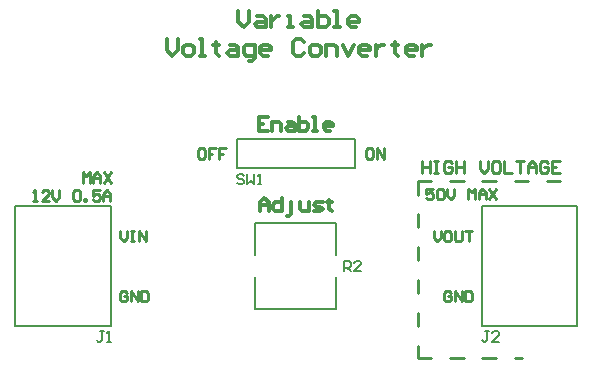
<source format=gto>
G04*
G04 #@! TF.GenerationSoftware,Altium Limited,Altium Designer,25.1.2 (22)*
G04*
G04 Layer_Color=65535*
%FSLAX25Y25*%
%MOIN*%
G70*
G04*
G04 #@! TF.SameCoordinates,A6D80DD8-A6EF-48C5-BEAB-CD18D09DD35D*
G04*
G04*
G04 #@! TF.FilePolarity,Positive*
G04*
G01*
G75*
%ADD10C,0.01000*%
%ADD11C,0.00787*%
%ADD12C,0.01200*%
%ADD13C,0.01300*%
%ADD14C,0.00800*%
D10*
X350750Y423500D02*
X355250D01*
X361500Y364500D02*
X366000D01*
X350750D02*
X355250D01*
X372250D02*
X376750D01*
X383000D02*
X385500D01*
X350750D02*
Y368500D01*
Y375000D02*
Y379500D01*
Y386000D02*
Y390500D01*
Y397000D02*
Y401500D01*
Y408000D02*
Y412500D01*
Y418750D02*
Y423250D01*
X383000Y423500D02*
X387500D01*
X393750D02*
X398250D01*
X372250D02*
X376750D01*
X361500D02*
X366000D01*
X355833Y420749D02*
X353500D01*
Y419000D01*
X354666Y419583D01*
X355249D01*
X355833Y419000D01*
Y417834D01*
X355249Y417251D01*
X354083D01*
X353500Y417834D01*
X356999Y420166D02*
X357582Y420749D01*
X358748D01*
X359331Y420166D01*
Y417834D01*
X358748Y417251D01*
X357582D01*
X356999Y417834D01*
Y420166D01*
X360498Y420749D02*
Y418417D01*
X361664Y417251D01*
X362830Y418417D01*
Y420749D01*
X367495Y417251D02*
Y420749D01*
X368662Y419583D01*
X369828Y420749D01*
Y417251D01*
X370994D02*
Y419583D01*
X372161Y420749D01*
X373327Y419583D01*
Y417251D01*
Y419000D01*
X370994D01*
X374493Y420749D02*
X376826Y417251D01*
Y420749D02*
X374493Y417251D01*
X239000Y422751D02*
Y426249D01*
X240166Y425083D01*
X241333Y426249D01*
Y422751D01*
X242499D02*
Y425083D01*
X243665Y426249D01*
X244831Y425083D01*
Y422751D01*
Y424500D01*
X242499D01*
X245998Y426249D02*
X248330Y422751D01*
Y426249D02*
X245998Y422751D01*
X222500Y416751D02*
X223666D01*
X223083D01*
Y420249D01*
X222500Y419666D01*
X227748Y416751D02*
X225416D01*
X227748Y419083D01*
Y419666D01*
X227165Y420249D01*
X225999D01*
X225416Y419666D01*
X228915Y420249D02*
Y417917D01*
X230081Y416751D01*
X231247Y417917D01*
Y420249D01*
X235912Y419666D02*
X236495Y420249D01*
X237662D01*
X238245Y419666D01*
Y417334D01*
X237662Y416751D01*
X236495D01*
X235912Y417334D01*
Y419666D01*
X239411Y416751D02*
Y417334D01*
X239994D01*
Y416751D01*
X239411D01*
X244659Y420249D02*
X242327D01*
Y418500D01*
X243493Y419083D01*
X244076D01*
X244659Y418500D01*
Y417334D01*
X244076Y416751D01*
X242910D01*
X242327Y417334D01*
X245826Y416751D02*
Y419083D01*
X246992Y420249D01*
X248158Y419083D01*
Y416751D01*
Y418500D01*
X245826D01*
X335249Y434249D02*
X334083D01*
X333500Y433666D01*
Y431334D01*
X334083Y430751D01*
X335249D01*
X335833Y431334D01*
Y433666D01*
X335249Y434249D01*
X336999Y430751D02*
Y434249D01*
X339331Y430751D01*
Y434249D01*
X279249D02*
X278083D01*
X277500Y433666D01*
Y431334D01*
X278083Y430751D01*
X279249D01*
X279833Y431334D01*
Y433666D01*
X279249Y434249D01*
X283331D02*
X280999D01*
Y432500D01*
X282165D01*
X280999D01*
Y430751D01*
X286830Y434249D02*
X284498D01*
Y432500D01*
X285664D01*
X284498D01*
Y430751D01*
X253833Y386166D02*
X253249Y386749D01*
X252083D01*
X251500Y386166D01*
Y383834D01*
X252083Y383251D01*
X253249D01*
X253833Y383834D01*
Y385000D01*
X252666D01*
X254999Y383251D02*
Y386749D01*
X257331Y383251D01*
Y386749D01*
X258498D02*
Y383251D01*
X260247D01*
X260830Y383834D01*
Y386166D01*
X260247Y386749D01*
X258498D01*
X352000Y429999D02*
Y426000D01*
Y427999D01*
X354666D01*
Y429999D01*
Y426000D01*
X355999Y429999D02*
X357332D01*
X356665D01*
Y426000D01*
X355999D01*
X357332D01*
X361997Y429332D02*
X361330Y429999D01*
X359997D01*
X359331Y429332D01*
Y426666D01*
X359997Y426000D01*
X361330D01*
X361997Y426666D01*
Y427999D01*
X360664D01*
X363330Y429999D02*
Y426000D01*
Y427999D01*
X365996D01*
Y429999D01*
Y426000D01*
X371327Y429999D02*
Y427333D01*
X372660Y426000D01*
X373993Y427333D01*
Y429999D01*
X377325D02*
X375992D01*
X375326Y429332D01*
Y426666D01*
X375992Y426000D01*
X377325D01*
X377992Y426666D01*
Y429332D01*
X377325Y429999D01*
X379325D02*
Y426000D01*
X381990D01*
X383323Y429999D02*
X385989D01*
X384656D01*
Y426000D01*
X387322D02*
Y428666D01*
X388655Y429999D01*
X389988Y428666D01*
Y426000D01*
Y427999D01*
X387322D01*
X393987Y429332D02*
X393320Y429999D01*
X391987D01*
X391321Y429332D01*
Y426666D01*
X391987Y426000D01*
X393320D01*
X393987Y426666D01*
Y427999D01*
X392653D01*
X397985Y429999D02*
X395319D01*
Y426000D01*
X397985D01*
X395319Y427999D02*
X396652D01*
X356000Y406749D02*
Y404417D01*
X357166Y403251D01*
X358333Y404417D01*
Y406749D01*
X361248D02*
X360082D01*
X359499Y406166D01*
Y403834D01*
X360082Y403251D01*
X361248D01*
X361831Y403834D01*
Y406166D01*
X361248Y406749D01*
X362998D02*
Y403834D01*
X363581Y403251D01*
X364747D01*
X365330Y403834D01*
Y406749D01*
X366497D02*
X368829D01*
X367663D01*
Y403251D01*
X361833Y386166D02*
X361249Y386749D01*
X360083D01*
X359500Y386166D01*
Y383834D01*
X360083Y383251D01*
X361249D01*
X361833Y383834D01*
Y385000D01*
X360666D01*
X362999Y383251D02*
Y386749D01*
X365331Y383251D01*
Y386749D01*
X366498D02*
Y383251D01*
X368247D01*
X368830Y383834D01*
Y386166D01*
X368247Y386749D01*
X366498D01*
X251500Y406749D02*
Y404417D01*
X252666Y403251D01*
X253833Y404417D01*
Y406749D01*
X254999D02*
X256165D01*
X255582D01*
Y403251D01*
X254999D01*
X256165D01*
X257915D02*
Y406749D01*
X260247Y403251D01*
Y406749D01*
D11*
X248444Y375000D02*
Y415000D01*
X216555Y375000D02*
Y415000D01*
X248444D01*
X216555Y375000D02*
X248444D01*
X329685Y427579D02*
Y437421D01*
X290315D02*
X329685D01*
X290315Y427579D02*
Y437421D01*
Y427579D02*
X329685D01*
X296516Y409252D02*
X323484D01*
Y380748D02*
Y391398D01*
Y398878D02*
Y409252D01*
X296516Y380748D02*
X323484D01*
X296516D02*
Y391398D01*
Y398878D02*
Y409252D01*
X372056Y375000D02*
Y415000D01*
X403945Y375000D02*
Y415000D01*
X372056Y375000D02*
X403945D01*
X372056Y415000D02*
X403945D01*
D12*
X300628Y444698D02*
X297629D01*
Y440200D01*
X300628D01*
X297629Y442449D02*
X299129D01*
X302128Y440200D02*
Y443199D01*
X304377D01*
X305127Y442449D01*
Y440200D01*
X307376Y443199D02*
X308875D01*
X309625Y442449D01*
Y440200D01*
X307376D01*
X306626Y440950D01*
X307376Y441700D01*
X309625D01*
X311125Y444698D02*
Y440200D01*
X313374D01*
X314124Y440950D01*
Y441700D01*
Y442449D01*
X313374Y443199D01*
X311125D01*
X315623Y440200D02*
X317123D01*
X316373D01*
Y444698D01*
X315623D01*
X321621Y440200D02*
X320122D01*
X319372Y440950D01*
Y442449D01*
X320122Y443199D01*
X321621D01*
X322371Y442449D01*
Y441700D01*
X319372D01*
X298004Y413302D02*
Y416300D01*
X299503Y417800D01*
X301003Y416300D01*
Y413302D01*
Y415551D01*
X298004D01*
X305502Y417800D02*
Y413302D01*
X303252D01*
X302502Y414051D01*
Y415551D01*
X303252Y416300D01*
X305502D01*
X307001Y411802D02*
X307751D01*
X308501Y412552D01*
Y416300D01*
X311500D02*
Y414051D01*
X312249Y413302D01*
X314498D01*
Y416300D01*
X315998Y413302D02*
X318247D01*
X318997Y414051D01*
X318247Y414801D01*
X316748D01*
X315998Y415551D01*
X316748Y416300D01*
X318997D01*
X321246Y417050D02*
Y416300D01*
X320497D01*
X321996D01*
X321246D01*
Y414051D01*
X321996Y413302D01*
D13*
X290840Y480200D02*
Y476535D01*
X292673Y474702D01*
X294505Y476535D01*
Y480200D01*
X297254Y478367D02*
X299087D01*
X300004Y477451D01*
Y474702D01*
X297254D01*
X296338Y475618D01*
X297254Y476535D01*
X300004D01*
X301836Y478367D02*
Y474702D01*
Y476535D01*
X302753Y477451D01*
X303669Y478367D01*
X304585D01*
X307334Y474702D02*
X309167D01*
X308251D01*
Y478367D01*
X307334D01*
X312833D02*
X314666D01*
X315582Y477451D01*
Y474702D01*
X312833D01*
X311916Y475618D01*
X312833Y476535D01*
X315582D01*
X317415Y480200D02*
Y474702D01*
X320164D01*
X321080Y475618D01*
Y476535D01*
Y477451D01*
X320164Y478367D01*
X317415D01*
X322913Y474702D02*
X324746D01*
X323829D01*
Y480200D01*
X322913D01*
X330244Y474702D02*
X328411D01*
X327495Y475618D01*
Y477451D01*
X328411Y478367D01*
X330244D01*
X331160Y477451D01*
Y476535D01*
X327495D01*
X267014Y470700D02*
Y467034D01*
X268847Y465202D01*
X270680Y467034D01*
Y470700D01*
X273429Y465202D02*
X275262D01*
X276178Y466118D01*
Y467951D01*
X275262Y468867D01*
X273429D01*
X272513Y467951D01*
Y466118D01*
X273429Y465202D01*
X278011D02*
X279843D01*
X278927D01*
Y470700D01*
X278011D01*
X283509Y469784D02*
Y468867D01*
X282593D01*
X284425D01*
X283509D01*
Y466118D01*
X284425Y465202D01*
X288091Y468867D02*
X289924D01*
X290840Y467951D01*
Y465202D01*
X288091D01*
X287174Y466118D01*
X288091Y467034D01*
X290840D01*
X294505Y463369D02*
X295422D01*
X296338Y464285D01*
Y468867D01*
X293589D01*
X292673Y467951D01*
Y466118D01*
X293589Y465202D01*
X296338D01*
X300920D02*
X299087D01*
X298171Y466118D01*
Y467951D01*
X299087Y468867D01*
X300920D01*
X301836Y467951D01*
Y467034D01*
X298171D01*
X312833Y469784D02*
X311916Y470700D01*
X310084D01*
X309167Y469784D01*
Y466118D01*
X310084Y465202D01*
X311916D01*
X312833Y466118D01*
X315582Y465202D02*
X317415D01*
X318331Y466118D01*
Y467951D01*
X317415Y468867D01*
X315582D01*
X314666Y467951D01*
Y466118D01*
X315582Y465202D01*
X320164D02*
Y468867D01*
X322913D01*
X323829Y467951D01*
Y465202D01*
X325662Y468867D02*
X327495Y465202D01*
X329327Y468867D01*
X333909Y465202D02*
X332077D01*
X331160Y466118D01*
Y467951D01*
X332077Y468867D01*
X333909D01*
X334826Y467951D01*
Y467034D01*
X331160D01*
X336658Y468867D02*
Y465202D01*
Y467034D01*
X337575Y467951D01*
X338491Y468867D01*
X339407D01*
X343073Y469784D02*
Y468867D01*
X342157D01*
X343989D01*
X343073D01*
Y466118D01*
X343989Y465202D01*
X349487D02*
X347655D01*
X346738Y466118D01*
Y467951D01*
X347655Y468867D01*
X349487D01*
X350404Y467951D01*
Y467034D01*
X346738D01*
X352237Y468867D02*
Y465202D01*
Y467034D01*
X353153Y467951D01*
X354069Y468867D01*
X354986D01*
D14*
X292751Y425166D02*
X292167Y425749D01*
X291001D01*
X290418Y425166D01*
Y424583D01*
X291001Y424000D01*
X292167D01*
X292751Y423417D01*
Y422834D01*
X292167Y422251D01*
X291001D01*
X290418Y422834D01*
X293917Y425749D02*
Y422251D01*
X295083Y423417D01*
X296249Y422251D01*
Y425749D01*
X297416Y422251D02*
X298582D01*
X297999D01*
Y425749D01*
X297416Y425166D01*
X326084Y393251D02*
Y396749D01*
X327834D01*
X328417Y396166D01*
Y395000D01*
X327834Y394417D01*
X326084D01*
X327251D02*
X328417Y393251D01*
X331916D02*
X329583D01*
X331916Y395583D01*
Y396166D01*
X331333Y396749D01*
X330166D01*
X329583Y396166D01*
X374417Y373249D02*
X373251D01*
X373834D01*
Y370334D01*
X373251Y369751D01*
X372667D01*
X372084Y370334D01*
X377916Y369751D02*
X375583D01*
X377916Y372083D01*
Y372666D01*
X377333Y373249D01*
X376166D01*
X375583Y372666D01*
X246000Y373249D02*
X244834D01*
X245417D01*
Y370334D01*
X244834Y369751D01*
X244251D01*
X243667Y370334D01*
X247166Y369751D02*
X248333D01*
X247749D01*
Y373249D01*
X247166Y372666D01*
M02*

</source>
